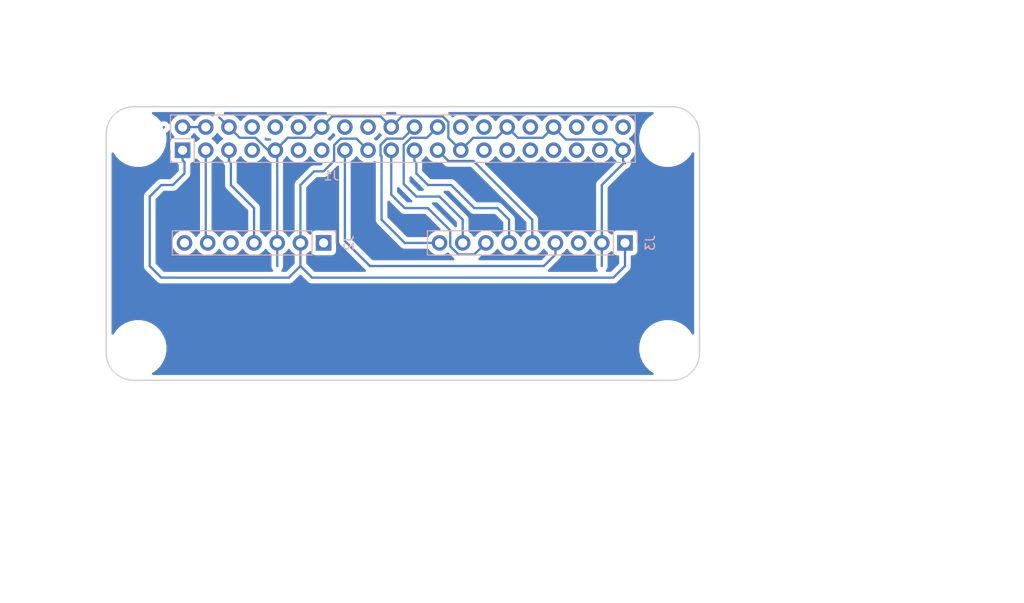
<source format=kicad_pcb>
(kicad_pcb (version 20171130) (host pcbnew "(5.1.2-1)-1")

  (general
    (thickness 1.6)
    (drawings 20)
    (tracks 118)
    (zones 0)
    (modules 7)
    (nets 36)
  )

  (page A4)
  (title_block
    (title "Raspberry Pi Zero (W) uHAT Template Board")
    (date 2019-02-28)
    (rev 1.0)
    (comment 1 "This PCB design is licensed under MIT Open Source License.")
  )

  (layers
    (0 F.Cu signal)
    (31 B.Cu signal)
    (32 B.Adhes user)
    (33 F.Adhes user)
    (34 B.Paste user)
    (35 F.Paste user)
    (36 B.SilkS user)
    (37 F.SilkS user)
    (38 B.Mask user)
    (39 F.Mask user)
    (40 Dwgs.User user)
    (41 Cmts.User user)
    (42 Eco1.User user)
    (43 Eco2.User user)
    (44 Edge.Cuts user)
    (45 Margin user)
    (46 B.CrtYd user)
    (47 F.CrtYd user)
    (48 B.Fab user hide)
    (49 F.Fab user hide)
  )

  (setup
    (last_trace_width 0.25)
    (trace_clearance 0.2)
    (zone_clearance 0.508)
    (zone_45_only no)
    (trace_min 0.2)
    (via_size 0.8)
    (via_drill 0.4)
    (via_min_size 0.4)
    (via_min_drill 0.3)
    (uvia_size 0.3)
    (uvia_drill 0.1)
    (uvias_allowed no)
    (uvia_min_size 0.2)
    (uvia_min_drill 0.1)
    (edge_width 0.15)
    (segment_width 0.2)
    (pcb_text_width 0.3)
    (pcb_text_size 1.5 1.5)
    (mod_edge_width 0.15)
    (mod_text_size 1 1)
    (mod_text_width 0.15)
    (pad_size 1.524 1.524)
    (pad_drill 0.762)
    (pad_to_mask_clearance 0.051)
    (solder_mask_min_width 0.25)
    (aux_axis_origin 0 0)
    (grid_origin 121.032 94.568)
    (visible_elements FFFF7F7F)
    (pcbplotparams
      (layerselection 0x010f0_ffffffff)
      (usegerberextensions true)
      (usegerberattributes false)
      (usegerberadvancedattributes false)
      (creategerberjobfile false)
      (excludeedgelayer true)
      (linewidth 0.100000)
      (plotframeref false)
      (viasonmask false)
      (mode 1)
      (useauxorigin false)
      (hpglpennumber 1)
      (hpglpenspeed 20)
      (hpglpendiameter 15.000000)
      (psnegative false)
      (psa4output false)
      (plotreference true)
      (plotvalue true)
      (plotinvisibletext false)
      (padsonsilk false)
      (subtractmaskfromsilk false)
      (outputformat 1)
      (mirror false)
      (drillshape 0)
      (scaleselection 1)
      (outputdirectory "./"))
  )

  (net 0 "")
  (net 1 +3V3)
  (net 2 +5V)
  (net 3 /GPIO2_SDA1)
  (net 4 /GPIO3_SCL1)
  (net 5 GND)
  (net 6 /GPIO4_GPIO_GCLK)
  (net 7 /GPIO14_TXD0)
  (net 8 /GPIO15_RXD0)
  (net 9 /GPIO17_GEN0)
  (net 10 /GPIO18_GEN1)
  (net 11 /GPIO27_GEN2)
  (net 12 /GPIO22_GEN3)
  (net 13 /GPIO23_GEN4)
  (net 14 /GPIO24_GEN5)
  (net 15 /GPIO10_SPI_MOSI)
  (net 16 /GPIO9_SPI_MISO)
  (net 17 /GPIO25_GEN6)
  (net 18 /GPIO11_SPI_SCLK)
  (net 19 /GPIO8_SPI_CE0_N)
  (net 20 /GPIO7_SPI_CE1_N)
  (net 21 /ID_SD)
  (net 22 /ID_SC)
  (net 23 /GPIO5)
  (net 24 /GPIO6)
  (net 25 /GPIO12)
  (net 26 /GPIO13)
  (net 27 /GPIO19)
  (net 28 /GPIO16)
  (net 29 /GPIO26)
  (net 30 /GPIO20)
  (net 31 /GPIO21)
  (net 32 "Net-(J2-Pad7)")
  (net 33 "Net-(J2-Pad5)")
  (net 34 "Net-(J2-Pad1)")
  (net 35 "Net-(J3-Pad3)")

  (net_class Default "This is the default net class."
    (clearance 0.2)
    (trace_width 0.25)
    (via_dia 0.8)
    (via_drill 0.4)
    (uvia_dia 0.3)
    (uvia_drill 0.1)
    (add_net +3V3)
    (add_net +5V)
    (add_net /GPIO10_SPI_MOSI)
    (add_net /GPIO11_SPI_SCLK)
    (add_net /GPIO12)
    (add_net /GPIO13)
    (add_net /GPIO14_TXD0)
    (add_net /GPIO15_RXD0)
    (add_net /GPIO16)
    (add_net /GPIO17_GEN0)
    (add_net /GPIO18_GEN1)
    (add_net /GPIO19)
    (add_net /GPIO20)
    (add_net /GPIO21)
    (add_net /GPIO22_GEN3)
    (add_net /GPIO23_GEN4)
    (add_net /GPIO24_GEN5)
    (add_net /GPIO25_GEN6)
    (add_net /GPIO26)
    (add_net /GPIO27_GEN2)
    (add_net /GPIO2_SDA1)
    (add_net /GPIO3_SCL1)
    (add_net /GPIO4_GPIO_GCLK)
    (add_net /GPIO5)
    (add_net /GPIO6)
    (add_net /GPIO7_SPI_CE1_N)
    (add_net /GPIO8_SPI_CE0_N)
    (add_net /GPIO9_SPI_MISO)
    (add_net /ID_SC)
    (add_net /ID_SD)
    (add_net GND)
    (add_net "Net-(J2-Pad1)")
    (add_net "Net-(J2-Pad5)")
    (add_net "Net-(J2-Pad7)")
    (add_net "Net-(J3-Pad3)")
  )

  (module Connector_PinSocket_2.54mm:PinSocket_1x07_P2.54mm_Vertical (layer B.Cu) (tedit 5A19A433) (tstamp 5DA58E48)
    (at 141.352 105.998 90)
    (descr "Through hole straight socket strip, 1x07, 2.54mm pitch, single row (from Kicad 4.0.7), script generated")
    (tags "Through hole socket strip THT 1x07 2.54mm single row")
    (path /5DA5C111)
    (fp_text reference J2 (at 0 2.77 270) (layer B.SilkS)
      (effects (font (size 1 1) (thickness 0.15)) (justify mirror))
    )
    (fp_text value BME680_CONNECTOR (at 0 -18.01 270) (layer B.Fab)
      (effects (font (size 1 1) (thickness 0.15)) (justify mirror))
    )
    (fp_text user %R (at 0 -7.62) (layer B.Fab)
      (effects (font (size 1 1) (thickness 0.15)) (justify mirror))
    )
    (fp_line (start -1.8 -17) (end -1.8 1.8) (layer B.CrtYd) (width 0.05))
    (fp_line (start 1.75 -17) (end -1.8 -17) (layer B.CrtYd) (width 0.05))
    (fp_line (start 1.75 1.8) (end 1.75 -17) (layer B.CrtYd) (width 0.05))
    (fp_line (start -1.8 1.8) (end 1.75 1.8) (layer B.CrtYd) (width 0.05))
    (fp_line (start 0 1.33) (end 1.33 1.33) (layer B.SilkS) (width 0.12))
    (fp_line (start 1.33 1.33) (end 1.33 0) (layer B.SilkS) (width 0.12))
    (fp_line (start 1.33 -1.27) (end 1.33 -16.57) (layer B.SilkS) (width 0.12))
    (fp_line (start -1.33 -16.57) (end 1.33 -16.57) (layer B.SilkS) (width 0.12))
    (fp_line (start -1.33 -1.27) (end -1.33 -16.57) (layer B.SilkS) (width 0.12))
    (fp_line (start -1.33 -1.27) (end 1.33 -1.27) (layer B.SilkS) (width 0.12))
    (fp_line (start -1.27 -16.51) (end -1.27 1.27) (layer B.Fab) (width 0.1))
    (fp_line (start 1.27 -16.51) (end -1.27 -16.51) (layer B.Fab) (width 0.1))
    (fp_line (start 1.27 0.635) (end 1.27 -16.51) (layer B.Fab) (width 0.1))
    (fp_line (start 0.635 1.27) (end 1.27 0.635) (layer B.Fab) (width 0.1))
    (fp_line (start -1.27 1.27) (end 0.635 1.27) (layer B.Fab) (width 0.1))
    (pad 7 thru_hole oval (at 0 -15.24 90) (size 1.7 1.7) (drill 1) (layers *.Cu *.Mask)
      (net 32 "Net-(J2-Pad7)"))
    (pad 6 thru_hole oval (at 0 -12.7 90) (size 1.7 1.7) (drill 1) (layers *.Cu *.Mask)
      (net 3 /GPIO2_SDA1))
    (pad 5 thru_hole oval (at 0 -10.16 90) (size 1.7 1.7) (drill 1) (layers *.Cu *.Mask)
      (net 33 "Net-(J2-Pad5)"))
    (pad 4 thru_hole oval (at 0 -7.62 90) (size 1.7 1.7) (drill 1) (layers *.Cu *.Mask)
      (net 4 /GPIO3_SCL1))
    (pad 3 thru_hole oval (at 0 -5.08 90) (size 1.7 1.7) (drill 1) (layers *.Cu *.Mask)
      (net 5 GND))
    (pad 2 thru_hole oval (at 0 -2.54 90) (size 1.7 1.7) (drill 1) (layers *.Cu *.Mask)
      (net 1 +3V3))
    (pad 1 thru_hole rect (at 0 0 90) (size 1.7 1.7) (drill 1) (layers *.Cu *.Mask)
      (net 34 "Net-(J2-Pad1)"))
    (model ${KISYS3DMOD}/Connector_PinSocket_2.54mm.3dshapes/PinSocket_1x07_P2.54mm_Vertical.wrl
      (at (xyz 0 0 0))
      (scale (xyz 1 1 1))
      (rotate (xyz 0 0 0))
    )
  )

  (module Connector_PinSocket_2.54mm:PinSocket_1x09_P2.54mm_Vertical (layer B.Cu) (tedit 5A19A431) (tstamp 5DA58DF6)
    (at 174.372 105.998 90)
    (descr "Through hole straight socket strip, 1x09, 2.54mm pitch, single row (from Kicad 4.0.7), script generated")
    (tags "Through hole socket strip THT 1x09 2.54mm single row")
    (path /5DA5D048)
    (fp_text reference J3 (at 0 2.77 270) (layer B.SilkS)
      (effects (font (size 1 1) (thickness 0.15)) (justify mirror))
    )
    (fp_text value RFM95W_CONNECTOR (at 0 -23.09 270) (layer B.Fab)
      (effects (font (size 1 1) (thickness 0.15)) (justify mirror))
    )
    (fp_line (start -1.27 1.27) (end 0.635 1.27) (layer B.Fab) (width 0.1))
    (fp_line (start 0.635 1.27) (end 1.27 0.635) (layer B.Fab) (width 0.1))
    (fp_line (start 1.27 0.635) (end 1.27 -21.59) (layer B.Fab) (width 0.1))
    (fp_line (start 1.27 -21.59) (end -1.27 -21.59) (layer B.Fab) (width 0.1))
    (fp_line (start -1.27 -21.59) (end -1.27 1.27) (layer B.Fab) (width 0.1))
    (fp_line (start -1.33 -1.27) (end 1.33 -1.27) (layer B.SilkS) (width 0.12))
    (fp_line (start -1.33 -1.27) (end -1.33 -21.65) (layer B.SilkS) (width 0.12))
    (fp_line (start -1.33 -21.65) (end 1.33 -21.65) (layer B.SilkS) (width 0.12))
    (fp_line (start 1.33 -1.27) (end 1.33 -21.65) (layer B.SilkS) (width 0.12))
    (fp_line (start 1.33 1.33) (end 1.33 0) (layer B.SilkS) (width 0.12))
    (fp_line (start 0 1.33) (end 1.33 1.33) (layer B.SilkS) (width 0.12))
    (fp_line (start -1.8 1.8) (end 1.75 1.8) (layer B.CrtYd) (width 0.05))
    (fp_line (start 1.75 1.8) (end 1.75 -22.1) (layer B.CrtYd) (width 0.05))
    (fp_line (start 1.75 -22.1) (end -1.8 -22.1) (layer B.CrtYd) (width 0.05))
    (fp_line (start -1.8 -22.1) (end -1.8 1.8) (layer B.CrtYd) (width 0.05))
    (fp_text user %R (at 0 -10.16) (layer B.Fab)
      (effects (font (size 1 1) (thickness 0.15)) (justify mirror))
    )
    (pad 1 thru_hole rect (at 0 0 90) (size 1.7 1.7) (drill 1) (layers *.Cu *.Mask)
      (net 1 +3V3))
    (pad 2 thru_hole oval (at 0 -2.54 90) (size 1.7 1.7) (drill 1) (layers *.Cu *.Mask)
      (net 5 GND))
    (pad 3 thru_hole oval (at 0 -5.08 90) (size 1.7 1.7) (drill 1) (layers *.Cu *.Mask)
      (net 35 "Net-(J3-Pad3)"))
    (pad 4 thru_hole oval (at 0 -7.62 90) (size 1.7 1.7) (drill 1) (layers *.Cu *.Mask)
      (net 12 /GPIO22_GEN3))
    (pad 5 thru_hole oval (at 0 -10.16 90) (size 1.7 1.7) (drill 1) (layers *.Cu *.Mask)
      (net 18 /GPIO11_SPI_SCLK))
    (pad 6 thru_hole oval (at 0 -12.7 90) (size 1.7 1.7) (drill 1) (layers *.Cu *.Mask)
      (net 16 /GPIO9_SPI_MISO))
    (pad 7 thru_hole oval (at 0 -15.24 90) (size 1.7 1.7) (drill 1) (layers *.Cu *.Mask)
      (net 15 /GPIO10_SPI_MOSI))
    (pad 8 thru_hole oval (at 0 -17.78 90) (size 1.7 1.7) (drill 1) (layers *.Cu *.Mask)
      (net 19 /GPIO8_SPI_CE0_N))
    (pad 9 thru_hole oval (at 0 -20.32 90) (size 1.7 1.7) (drill 1) (layers *.Cu *.Mask)
      (net 17 /GPIO25_GEN6))
    (model ${KISYS3DMOD}/Connector_PinSocket_2.54mm.3dshapes/PinSocket_1x09_P2.54mm_Vertical.wrl
      (at (xyz 0 0 0))
      (scale (xyz 1 1 1))
      (rotate (xyz 0 0 0))
    )
  )

  (module lib:PinSocket_2x20_P2.54mm_Vertical_Centered_Anchor (layer B.Cu) (tedit 5C78E1B8) (tstamp 5C78EB08)
    (at 125.902 95.838 270)
    (descr "Through hole straight socket strip, 2x20, 2.54mm pitch, double cols (from Kicad 4.0.7), script generated")
    (tags "Through hole socket strip THT 2x20 2.54mm double row")
    (path /5C77771F)
    (fp_text reference J1 (at 2.8 -16.3) (layer B.SilkS)
      (effects (font (size 1 1) (thickness 0.15)) (justify mirror))
    )
    (fp_text value GPIO_CONNECTOR (at 2.7 -27.3) (layer B.Fab)
      (effects (font (size 1 1) (thickness 0.15)) (justify mirror))
    )
    (fp_line (start -3.81 1.27) (end 0.27 1.27) (layer B.Fab) (width 0.1))
    (fp_line (start 0.27 1.27) (end 1.27 0.27) (layer B.Fab) (width 0.1))
    (fp_line (start 1.27 0.27) (end 1.27 -49.53) (layer B.Fab) (width 0.1))
    (fp_line (start 1.27 -49.53) (end -3.81 -49.53) (layer B.Fab) (width 0.1))
    (fp_line (start -3.81 -49.53) (end -3.81 1.27) (layer B.Fab) (width 0.1))
    (fp_line (start -3.87 1.33) (end -1.27 1.33) (layer B.SilkS) (width 0.12))
    (fp_line (start -3.87 1.33) (end -3.87 -49.59) (layer B.SilkS) (width 0.12))
    (fp_line (start -3.87 -49.59) (end 1.33 -49.59) (layer B.SilkS) (width 0.12))
    (fp_line (start 1.33 -1.27) (end 1.33 -49.59) (layer B.SilkS) (width 0.12))
    (fp_line (start -1.27 -1.27) (end 1.33 -1.27) (layer B.SilkS) (width 0.12))
    (fp_line (start -1.27 1.33) (end -1.27 -1.27) (layer B.SilkS) (width 0.12))
    (fp_line (start 1.33 1.33) (end 1.33 0) (layer B.SilkS) (width 0.12))
    (fp_line (start 0 1.33) (end 1.33 1.33) (layer B.SilkS) (width 0.12))
    (fp_line (start -4.34 1.8) (end 1.76 1.8) (layer B.CrtYd) (width 0.05))
    (fp_line (start 1.76 1.8) (end 1.76 -50) (layer B.CrtYd) (width 0.05))
    (fp_line (start 1.76 -50) (end -4.34 -50) (layer B.CrtYd) (width 0.05))
    (fp_line (start -4.34 -50) (end -4.34 1.8) (layer B.CrtYd) (width 0.05))
    (fp_text user %R (at 2.8 -18.3 180) (layer B.Fab)
      (effects (font (size 1 1) (thickness 0.15)) (justify mirror))
    )
    (pad 1 thru_hole rect (at 0 0 270) (size 1.7 1.7) (drill 1) (layers *.Cu *.Mask)
      (net 1 +3V3))
    (pad 2 thru_hole oval (at -2.54 0 270) (size 1.7 1.7) (drill 1) (layers *.Cu *.Mask)
      (net 2 +5V))
    (pad 3 thru_hole oval (at 0 -2.54 270) (size 1.7 1.7) (drill 1) (layers *.Cu *.Mask)
      (net 3 /GPIO2_SDA1))
    (pad 4 thru_hole oval (at -2.54 -2.54 270) (size 1.7 1.7) (drill 1) (layers *.Cu *.Mask)
      (net 2 +5V))
    (pad 5 thru_hole oval (at 0 -5.08 270) (size 1.7 1.7) (drill 1) (layers *.Cu *.Mask)
      (net 4 /GPIO3_SCL1))
    (pad 6 thru_hole oval (at -2.54 -5.08 270) (size 1.7 1.7) (drill 1) (layers *.Cu *.Mask)
      (net 5 GND))
    (pad 7 thru_hole oval (at 0 -7.62 270) (size 1.7 1.7) (drill 1) (layers *.Cu *.Mask)
      (net 6 /GPIO4_GPIO_GCLK))
    (pad 8 thru_hole oval (at -2.54 -7.62 270) (size 1.7 1.7) (drill 1) (layers *.Cu *.Mask)
      (net 7 /GPIO14_TXD0))
    (pad 9 thru_hole oval (at 0 -10.16 270) (size 1.7 1.7) (drill 1) (layers *.Cu *.Mask)
      (net 5 GND))
    (pad 10 thru_hole oval (at -2.54 -10.16 270) (size 1.7 1.7) (drill 1) (layers *.Cu *.Mask)
      (net 8 /GPIO15_RXD0))
    (pad 11 thru_hole oval (at 0 -12.7 270) (size 1.7 1.7) (drill 1) (layers *.Cu *.Mask)
      (net 9 /GPIO17_GEN0))
    (pad 12 thru_hole oval (at -2.54 -12.7 270) (size 1.7 1.7) (drill 1) (layers *.Cu *.Mask)
      (net 10 /GPIO18_GEN1))
    (pad 13 thru_hole oval (at 0 -15.24 270) (size 1.7 1.7) (drill 1) (layers *.Cu *.Mask)
      (net 11 /GPIO27_GEN2))
    (pad 14 thru_hole oval (at -2.54 -15.24 270) (size 1.7 1.7) (drill 1) (layers *.Cu *.Mask)
      (net 5 GND))
    (pad 15 thru_hole oval (at 0 -17.78 270) (size 1.7 1.7) (drill 1) (layers *.Cu *.Mask)
      (net 12 /GPIO22_GEN3))
    (pad 16 thru_hole oval (at -2.54 -17.78 270) (size 1.7 1.7) (drill 1) (layers *.Cu *.Mask)
      (net 13 /GPIO23_GEN4))
    (pad 17 thru_hole oval (at 0 -20.32 270) (size 1.7 1.7) (drill 1) (layers *.Cu *.Mask)
      (net 1 +3V3))
    (pad 18 thru_hole oval (at -2.54 -20.32 270) (size 1.7 1.7) (drill 1) (layers *.Cu *.Mask)
      (net 14 /GPIO24_GEN5))
    (pad 19 thru_hole oval (at 0 -22.86 270) (size 1.7 1.7) (drill 1) (layers *.Cu *.Mask)
      (net 15 /GPIO10_SPI_MOSI))
    (pad 20 thru_hole oval (at -2.54 -22.86 270) (size 1.7 1.7) (drill 1) (layers *.Cu *.Mask)
      (net 5 GND))
    (pad 21 thru_hole oval (at 0 -25.4 270) (size 1.7 1.7) (drill 1) (layers *.Cu *.Mask)
      (net 16 /GPIO9_SPI_MISO))
    (pad 22 thru_hole oval (at -2.54 -25.4 270) (size 1.7 1.7) (drill 1) (layers *.Cu *.Mask)
      (net 17 /GPIO25_GEN6))
    (pad 23 thru_hole oval (at 0 -27.94 270) (size 1.7 1.7) (drill 1) (layers *.Cu *.Mask)
      (net 18 /GPIO11_SPI_SCLK))
    (pad 24 thru_hole oval (at -2.54 -27.94 270) (size 1.7 1.7) (drill 1) (layers *.Cu *.Mask)
      (net 19 /GPIO8_SPI_CE0_N))
    (pad 25 thru_hole oval (at 0 -30.48 270) (size 1.7 1.7) (drill 1) (layers *.Cu *.Mask)
      (net 5 GND))
    (pad 26 thru_hole oval (at -2.54 -30.48 270) (size 1.7 1.7) (drill 1) (layers *.Cu *.Mask)
      (net 20 /GPIO7_SPI_CE1_N))
    (pad 27 thru_hole oval (at 0 -33.02 270) (size 1.7 1.7) (drill 1) (layers *.Cu *.Mask)
      (net 21 /ID_SD))
    (pad 28 thru_hole oval (at -2.54 -33.02 270) (size 1.7 1.7) (drill 1) (layers *.Cu *.Mask)
      (net 22 /ID_SC))
    (pad 29 thru_hole oval (at 0 -35.56 270) (size 1.7 1.7) (drill 1) (layers *.Cu *.Mask)
      (net 23 /GPIO5))
    (pad 30 thru_hole oval (at -2.54 -35.56 270) (size 1.7 1.7) (drill 1) (layers *.Cu *.Mask)
      (net 5 GND))
    (pad 31 thru_hole oval (at 0 -38.1 270) (size 1.7 1.7) (drill 1) (layers *.Cu *.Mask)
      (net 24 /GPIO6))
    (pad 32 thru_hole oval (at -2.54 -38.1 270) (size 1.7 1.7) (drill 1) (layers *.Cu *.Mask)
      (net 25 /GPIO12))
    (pad 33 thru_hole oval (at 0 -40.64 270) (size 1.7 1.7) (drill 1) (layers *.Cu *.Mask)
      (net 26 /GPIO13))
    (pad 34 thru_hole oval (at -2.54 -40.64 270) (size 1.7 1.7) (drill 1) (layers *.Cu *.Mask)
      (net 5 GND))
    (pad 35 thru_hole oval (at 0 -43.18 270) (size 1.7 1.7) (drill 1) (layers *.Cu *.Mask)
      (net 27 /GPIO19))
    (pad 36 thru_hole oval (at -2.54 -43.18 270) (size 1.7 1.7) (drill 1) (layers *.Cu *.Mask)
      (net 28 /GPIO16))
    (pad 37 thru_hole oval (at 0 -45.72 270) (size 1.7 1.7) (drill 1) (layers *.Cu *.Mask)
      (net 29 /GPIO26))
    (pad 38 thru_hole oval (at -2.54 -45.72 270) (size 1.7 1.7) (drill 1) (layers *.Cu *.Mask)
      (net 30 /GPIO20))
    (pad 39 thru_hole oval (at 0 -48.26 270) (size 1.7 1.7) (drill 1) (layers *.Cu *.Mask)
      (net 5 GND))
    (pad 40 thru_hole oval (at -2.54 -48.26 270) (size 1.7 1.7) (drill 1) (layers *.Cu *.Mask)
      (net 31 /GPIO21))
    (model ${KISYS3DMOD}/Connector_PinSocket_2.54mm.3dshapes/PinSocket_2x20_P2.54mm_Vertical.wrl
      (at (xyz 0 0 0))
      (scale (xyz 1 1 1))
      (rotate (xyz 0 0 0))
    )
  )

  (module lib:MountingHole_2.7mm_M2.5_uHAT_RPi locked (layer F.Cu) (tedit 5C78B840) (tstamp 5C78BBE2)
    (at 121.032 94.568)
    (descr "Mounting Hole 2.7mm, no annular, M2.5")
    (tags "mounting hole 2.7mm no annular m2.5")
    (path /5C7C4C81)
    (attr virtual)
    (fp_text reference H1 (at 0 -3.7) (layer F.SilkS) hide
      (effects (font (size 1 1) (thickness 0.15)))
    )
    (fp_text value MountingHole (at 0 3.7) (layer F.Fab) hide
      (effects (font (size 1 1) (thickness 0.15)))
    )
    (fp_text user %R (at 0.3 0) (layer F.Fab)
      (effects (font (size 1 1) (thickness 0.15)))
    )
    (fp_circle (center 0 0) (end 2.7 0) (layer Cmts.User) (width 0.15))
    (fp_circle (center 0 0) (end 2.95 0) (layer F.CrtYd) (width 0.05))
    (pad "" np_thru_hole circle (at 0 0) (size 2.7 2.7) (drill 2.7) (layers *.Cu *.Mask)
      (clearance 1.75))
  )

  (module lib:MountingHole_2.7mm_M2.5_uHAT_RPi locked (layer F.Cu) (tedit 5C78B867) (tstamp 5C78BBE9)
    (at 179.032 94.568)
    (descr "Mounting Hole 2.7mm, no annular, M2.5")
    (tags "mounting hole 2.7mm no annular m2.5")
    (path /5C7C7FBC)
    (attr virtual)
    (fp_text reference H2 (at 0 -3.7) (layer F.SilkS) hide
      (effects (font (size 1 1) (thickness 0.15)))
    )
    (fp_text value MountingHole (at 0 3.7) (layer F.Fab) hide
      (effects (font (size 1 1) (thickness 0.15)))
    )
    (fp_circle (center 0 0) (end 2.95 0) (layer F.CrtYd) (width 0.05))
    (fp_circle (center 0 0) (end 2.7 0) (layer Cmts.User) (width 0.15))
    (fp_text user %R (at 0.3 0) (layer F.Fab)
      (effects (font (size 1 1) (thickness 0.15)))
    )
    (pad "" np_thru_hole circle (at 0 0) (size 2.7 2.7) (drill 2.7) (layers *.Cu *.Mask)
      (clearance 1.75))
  )

  (module lib:MountingHole_2.7mm_M2.5_uHAT_RPi locked (layer F.Cu) (tedit 5C78B860) (tstamp 5C78BBF0)
    (at 179.032 117.568)
    (descr "Mounting Hole 2.7mm, no annular, M2.5")
    (tags "mounting hole 2.7mm no annular m2.5")
    (path /5C7C8014)
    (attr virtual)
    (fp_text reference H3 (at 0 -3.7) (layer F.SilkS) hide
      (effects (font (size 1 1) (thickness 0.15)))
    )
    (fp_text value MountingHole (at 0 3.7) (layer F.Fab) hide
      (effects (font (size 1 1) (thickness 0.15)))
    )
    (fp_text user %R (at 0.3 0) (layer F.Fab)
      (effects (font (size 1 1) (thickness 0.15)))
    )
    (fp_circle (center 0 0) (end 2.7 0) (layer Cmts.User) (width 0.15))
    (fp_circle (center 0 0) (end 2.95 0) (layer F.CrtYd) (width 0.05))
    (pad "" np_thru_hole circle (at 0 0) (size 2.7 2.7) (drill 2.7) (layers *.Cu *.Mask)
      (clearance 1.75))
  )

  (module lib:MountingHole_2.7mm_M2.5_uHAT_RPi locked (layer F.Cu) (tedit 5C78B845) (tstamp 5C78BBF7)
    (at 121.032 117.568)
    (descr "Mounting Hole 2.7mm, no annular, M2.5")
    (tags "mounting hole 2.7mm no annular m2.5")
    (path /5C7C8030)
    (attr virtual)
    (fp_text reference H4 (at 0 -3.7) (layer F.SilkS) hide
      (effects (font (size 1 1) (thickness 0.15)))
    )
    (fp_text value MountingHole (at 0 3.7) (layer F.Fab) hide
      (effects (font (size 1 1) (thickness 0.15)))
    )
    (fp_circle (center 0 0) (end 2.95 0) (layer F.CrtYd) (width 0.05))
    (fp_circle (center 0 0) (end 2.7 0) (layer Cmts.User) (width 0.15))
    (fp_text user %R (at 0.3 0) (layer F.Fab)
      (effects (font (size 1 1) (thickness 0.15)))
    )
    (pad "" np_thru_hole circle (at 0 0) (size 2.7 2.7) (drill 2.7) (layers *.Cu *.Mask)
      (clearance 1.75))
  )

  (gr_text "Board dimensions are on Cmts (Comments) layer. \nDeselect it in Layers Manager to make them invisible.\n\nGPIO connector nets are not connected, these will get \nupdated as per your schematic/netlist." (at 120.524 139.272) (layer Cmts.User)
    (effects (font (size 1.5 1.5) (thickness 0.3)) (justify left))
  )
  (gr_text "Board Corner Radius = 3mm\nAll holes are M2.5" (at 184.278 87.202) (layer Cmts.User)
    (effects (font (size 1.5 1.5) (thickness 0.3)) (justify left))
  )
  (dimension 29 (width 0.3) (layer Cmts.User)
    (gr_text "29.000 mm" (at 135.532 103.868) (layer Cmts.User)
      (effects (font (size 1.5 1.5) (thickness 0.3)))
    )
    (feature1 (pts (xy 121.032 94.568) (xy 121.032 102.354421)))
    (feature2 (pts (xy 150.032 94.568) (xy 150.032 102.354421)))
    (crossbar (pts (xy 150.032 101.768) (xy 121.032 101.768)))
    (arrow1a (pts (xy 121.032 101.768) (xy 122.158504 101.181579)))
    (arrow1b (pts (xy 121.032 101.768) (xy 122.158504 102.354421)))
    (arrow2a (pts (xy 150.032 101.768) (xy 148.905496 101.181579)))
    (arrow2b (pts (xy 150.032 101.768) (xy 148.905496 102.354421)))
  )
  (dimension 6.2 (width 0.3) (layer Cmts.User)
    (gr_text "6.200 mm" (at 179.032 129.268) (layer Cmts.User)
      (effects (font (size 1.5 1.5) (thickness 0.3)))
    )
    (feature1 (pts (xy 182.132 117.568) (xy 182.132 127.754421)))
    (feature2 (pts (xy 175.932 117.568) (xy 175.932 127.754421)))
    (crossbar (pts (xy 175.932 127.168) (xy 182.132 127.168)))
    (arrow1a (pts (xy 182.132 127.168) (xy 181.005496 127.754421)))
    (arrow1b (pts (xy 182.132 127.168) (xy 181.005496 126.581579)))
    (arrow2a (pts (xy 175.932 127.168) (xy 177.058504 127.754421)))
    (arrow2b (pts (xy 175.932 127.168) (xy 177.058504 126.581579)))
  )
  (dimension 3.5 (width 0.3) (layer Cmts.User)
    (gr_text "3.500 mm" (at 111.432 119.318 270) (layer Cmts.User)
      (effects (font (size 1.5 1.5) (thickness 0.3)))
    )
    (feature1 (pts (xy 121.032 121.068) (xy 112.945579 121.068)))
    (feature2 (pts (xy 121.032 117.568) (xy 112.945579 117.568)))
    (crossbar (pts (xy 113.532 117.568) (xy 113.532 121.068)))
    (arrow1a (pts (xy 113.532 121.068) (xy 112.945579 119.941496)))
    (arrow1b (pts (xy 113.532 121.068) (xy 114.118421 119.941496)))
    (arrow2a (pts (xy 113.532 117.568) (xy 112.945579 118.694504)))
    (arrow2b (pts (xy 113.532 117.568) (xy 114.118421 118.694504)))
  )
  (dimension 3.5 (width 0.3) (layer Cmts.User)
    (gr_text "3.500 mm" (at 119.282 125.668) (layer Cmts.User)
      (effects (font (size 1.5 1.5) (thickness 0.3)))
    )
    (feature1 (pts (xy 117.532 117.568) (xy 117.532 124.154421)))
    (feature2 (pts (xy 121.032 117.568) (xy 121.032 124.154421)))
    (crossbar (pts (xy 121.032 123.568) (xy 117.532 123.568)))
    (arrow1a (pts (xy 117.532 123.568) (xy 118.658504 122.981579)))
    (arrow1b (pts (xy 117.532 123.568) (xy 118.658504 124.154421)))
    (arrow2a (pts (xy 121.032 123.568) (xy 119.905496 122.981579)))
    (arrow2b (pts (xy 121.032 123.568) (xy 119.905496 124.154421)))
  )
  (dimension 30 (width 0.3) (layer Cmts.User)
    (gr_text "30.000 mm" (at 194.132 106.068 270) (layer Cmts.User)
      (effects (font (size 1.5 1.5) (thickness 0.3)))
    )
    (feature1 (pts (xy 179.032 121.068) (xy 192.618421 121.068)))
    (feature2 (pts (xy 179.032 91.068) (xy 192.618421 91.068)))
    (crossbar (pts (xy 192.032 91.068) (xy 192.032 121.068)))
    (arrow1a (pts (xy 192.032 121.068) (xy 191.445579 119.941496)))
    (arrow1b (pts (xy 192.032 121.068) (xy 192.618421 119.941496)))
    (arrow2a (pts (xy 192.032 91.068) (xy 191.445579 92.194504)))
    (arrow2b (pts (xy 192.032 91.068) (xy 192.618421 92.194504)))
  )
  (dimension 23 (width 0.3) (layer Cmts.User)
    (gr_text "23.000 mm" (at 188.632 106.068 270) (layer Cmts.User)
      (effects (font (size 1.5 1.5) (thickness 0.3)))
    )
    (feature1 (pts (xy 179.032 117.568) (xy 187.118421 117.568)))
    (feature2 (pts (xy 179.032 94.568) (xy 187.118421 94.568)))
    (crossbar (pts (xy 186.532 94.568) (xy 186.532 117.568)))
    (arrow1a (pts (xy 186.532 117.568) (xy 185.945579 116.441496)))
    (arrow1b (pts (xy 186.532 117.568) (xy 187.118421 116.441496)))
    (arrow2a (pts (xy 186.532 94.568) (xy 185.945579 95.694504)))
    (arrow2b (pts (xy 186.532 94.568) (xy 187.118421 95.694504)))
  )
  (dimension 65 (width 0.3) (layer Cmts.User)
    (gr_text "65.000 mm" (at 150.032 80.468) (layer Cmts.User)
      (effects (font (size 1.5 1.5) (thickness 0.3)))
    )
    (feature1 (pts (xy 182.532 94.568) (xy 182.532 81.981579)))
    (feature2 (pts (xy 117.532 94.568) (xy 117.532 81.981579)))
    (crossbar (pts (xy 117.532 82.568) (xy 182.532 82.568)))
    (arrow1a (pts (xy 182.532 82.568) (xy 181.405496 83.154421)))
    (arrow1b (pts (xy 182.532 82.568) (xy 181.405496 81.981579)))
    (arrow2a (pts (xy 117.532 82.568) (xy 118.658504 83.154421)))
    (arrow2b (pts (xy 117.532 82.568) (xy 118.658504 81.981579)))
  )
  (dimension 58 (width 0.3) (layer Cmts.User)
    (gr_text "58.000 mm" (at 150.032 84.968) (layer Cmts.User)
      (effects (font (size 1.5 1.5) (thickness 0.3)))
    )
    (feature1 (pts (xy 179.032 94.568) (xy 179.032 86.481579)))
    (feature2 (pts (xy 121.032 94.568) (xy 121.032 86.481579)))
    (crossbar (pts (xy 121.032 87.068) (xy 179.032 87.068)))
    (arrow1a (pts (xy 179.032 87.068) (xy 177.905496 87.654421)))
    (arrow1b (pts (xy 179.032 87.068) (xy 177.905496 86.481579)))
    (arrow2a (pts (xy 121.032 87.068) (xy 122.158504 87.654421)))
    (arrow2b (pts (xy 121.032 87.068) (xy 122.158504 86.481579)))
  )
  (gr_line (start 121.032 121.068) (end 120.532 121.068) (layer Edge.Cuts) (width 0.15) (tstamp 5C77FCD3))
  (gr_line (start 179.032 121.068) (end 179.532 121.068) (layer Edge.Cuts) (width 0.15) (tstamp 5C77FCD0))
  (gr_line (start 182.532 94.068) (end 182.532 118.068) (layer Edge.Cuts) (width 0.15) (tstamp 5C77FCCD))
  (gr_line (start 120.532 91.068) (end 179.532 91.068) (layer Edge.Cuts) (width 0.15) (tstamp 5C77FCCA))
  (gr_line (start 117.532 118.068) (end 117.532 94.068) (layer Edge.Cuts) (width 0.15) (tstamp 5C77FCC7))
  (gr_arc (start 120.532 94.068) (end 120.532 91.068) (angle -90) (layer Edge.Cuts) (width 0.15) (tstamp 5C77FCC4))
  (gr_arc (start 120.532 118.068) (end 117.532 118.068) (angle -90) (layer Edge.Cuts) (width 0.15) (tstamp 5C77FCC1))
  (gr_arc (start 179.532 118.068) (end 179.532 121.068) (angle -90) (layer Edge.Cuts) (width 0.15) (tstamp 5C77FCBE))
  (gr_arc (start 179.532 94.068) (end 182.532 94.068) (angle -90) (layer Edge.Cuts) (width 0.15) (tstamp 5C77FCBB))
  (gr_line (start 121.032 121.068) (end 179.032 121.068) (layer Edge.Cuts) (width 0.15) (tstamp 5C77FCB8))

  (segment (start 135.096999 94.662999) (end 135.497999 94.662999) (width 0.25) (layer B.Cu) (net 0))
  (segment (start 135.002 94.568) (end 135.096999 94.662999) (width 0.25) (layer B.Cu) (net 0))
  (segment (start 125.902 96.938) (end 126.112 97.148) (width 0.25) (layer B.Cu) (net 1))
  (segment (start 125.902 95.838) (end 125.902 96.938) (width 0.25) (layer B.Cu) (net 1))
  (segment (start 126.112 97.148) (end 126.112 98.378) (width 0.25) (layer B.Cu) (net 1))
  (segment (start 126.112 98.378) (end 124.842 99.648) (width 0.25) (layer B.Cu) (net 1))
  (segment (start 124.842 99.648) (end 123.572 99.648) (width 0.25) (layer B.Cu) (net 1))
  (segment (start 123.572 99.648) (end 122.302 100.918) (width 0.25) (layer B.Cu) (net 1))
  (segment (start 122.302 100.918) (end 122.302 108.538) (width 0.25) (layer B.Cu) (net 1))
  (segment (start 122.302 108.538) (end 123.572 109.808) (width 0.25) (layer B.Cu) (net 1))
  (segment (start 123.572 109.808) (end 137.542 109.808) (width 0.25) (layer B.Cu) (net 1))
  (segment (start 138.812 108.538) (end 138.812 107.200081) (width 0.25) (layer B.Cu) (net 1))
  (segment (start 138.812 107.200081) (end 138.812 105.998) (width 0.25) (layer B.Cu) (net 1))
  (segment (start 137.542 109.808) (end 138.812 108.538) (width 0.25) (layer B.Cu) (net 1))
  (segment (start 140.082 109.808) (end 138.812 108.538) (width 0.25) (layer B.Cu) (net 1))
  (segment (start 173.102 109.808) (end 140.082 109.808) (width 0.25) (layer B.Cu) (net 1))
  (segment (start 174.372 108.538) (end 173.102 109.808) (width 0.25) (layer B.Cu) (net 1))
  (segment (start 174.372 105.998) (end 174.372 108.538) (width 0.25) (layer B.Cu) (net 1))
  (segment (start 138.812 104.728) (end 138.812 105.998) (width 0.25) (layer B.Cu) (net 1))
  (segment (start 138.812 99.648) (end 138.812 104.728) (width 0.25) (layer B.Cu) (net 1))
  (segment (start 140.312002 98.147998) (end 138.812 99.648) (width 0.25) (layer B.Cu) (net 1))
  (segment (start 142.506999 95.273999) (end 142.506999 96.992999) (width 0.25) (layer B.Cu) (net 1))
  (segment (start 141.352 98.147998) (end 140.312002 98.147998) (width 0.25) (layer B.Cu) (net 1))
  (segment (start 142.506999 96.992999) (end 141.352 98.147998) (width 0.25) (layer B.Cu) (net 1))
  (segment (start 143.212998 94.568) (end 142.506999 95.273999) (width 0.25) (layer B.Cu) (net 1))
  (segment (start 144.952 94.568) (end 143.212998 94.568) (width 0.25) (layer B.Cu) (net 1))
  (segment (start 146.222 95.838) (end 144.952 94.568) (width 0.25) (layer B.Cu) (net 1))
  (segment (start 125.902 93.298) (end 128.442 93.298) (width 0.25) (layer B.Cu) (net 2))
  (segment (start 123.846758 93.298) (end 123.833769 93.356311) (width 0.25) (layer B.Cu) (net 5))
  (segment (start 128.442 105.788) (end 128.652 105.998) (width 0.25) (layer B.Cu) (net 3))
  (segment (start 128.442 95.838) (end 128.442 105.788) (width 0.25) (layer B.Cu) (net 3))
  (segment (start 130.982 97.040081) (end 131.192 97.250081) (width 0.25) (layer B.Cu) (net 4))
  (segment (start 130.982 95.838) (end 130.982 97.040081) (width 0.25) (layer B.Cu) (net 4))
  (segment (start 131.192 97.250081) (end 131.192 99.648) (width 0.25) (layer B.Cu) (net 4))
  (segment (start 133.732 102.188) (end 133.732 105.998) (width 0.25) (layer B.Cu) (net 4))
  (segment (start 131.192 99.648) (end 133.732 102.188) (width 0.25) (layer B.Cu) (net 4))
  (segment (start 174.162 97.040081) (end 174.372 97.250081) (width 0.25) (layer B.Cu) (net 5))
  (segment (start 174.162 95.838) (end 174.162 97.040081) (width 0.25) (layer B.Cu) (net 5))
  (segment (start 174.372 97.250081) (end 174.229919 97.250081) (width 0.25) (layer B.Cu) (net 5))
  (segment (start 174.229919 97.250081) (end 171.832 99.648) (width 0.25) (layer B.Cu) (net 5))
  (segment (start 171.832 99.648) (end 171.832 105.998) (width 0.25) (layer B.Cu) (net 5))
  (segment (start 136.272 96.048) (end 136.062 95.838) (width 0.25) (layer B.Cu) (net 5))
  (segment (start 136.272 105.998) (end 136.272 96.048) (width 0.25) (layer B.Cu) (net 5))
  (segment (start 135.261002 95.838) (end 136.062 95.838) (width 0.25) (layer B.Cu) (net 5))
  (segment (start 133.896003 94.473001) (end 135.261002 95.838) (width 0.25) (layer B.Cu) (net 5))
  (segment (start 132.157001 94.473001) (end 133.896003 94.473001) (width 0.25) (layer B.Cu) (net 5))
  (segment (start 130.982 93.298) (end 132.157001 94.473001) (width 0.25) (layer B.Cu) (net 5))
  (segment (start 140.292001 94.147999) (end 141.142 93.298) (width 0.25) (layer B.Cu) (net 5))
  (segment (start 137.426999 94.473001) (end 139.966999 94.473001) (width 0.25) (layer B.Cu) (net 5))
  (segment (start 139.966999 94.473001) (end 140.292001 94.147999) (width 0.25) (layer B.Cu) (net 5))
  (segment (start 136.062 95.838) (end 137.426999 94.473001) (width 0.25) (layer B.Cu) (net 5))
  (segment (start 147.586999 92.122999) (end 147.912001 92.448001) (width 0.25) (layer B.Cu) (net 5))
  (segment (start 147.912001 92.448001) (end 148.762 93.298) (width 0.25) (layer B.Cu) (net 5))
  (segment (start 142.317001 92.122999) (end 147.586999 92.122999) (width 0.25) (layer B.Cu) (net 5))
  (segment (start 141.142 93.298) (end 142.317001 92.122999) (width 0.25) (layer B.Cu) (net 5))
  (segment (start 155.532001 94.988001) (end 156.382 95.838) (width 0.25) (layer B.Cu) (net 5))
  (segment (start 155.017001 94.473001) (end 155.532001 94.988001) (width 0.25) (layer B.Cu) (net 5))
  (segment (start 155.017001 92.733999) (end 155.017001 94.473001) (width 0.25) (layer B.Cu) (net 5))
  (segment (start 154.406001 92.122999) (end 155.017001 92.733999) (width 0.25) (layer B.Cu) (net 5))
  (segment (start 149.937001 92.122999) (end 154.406001 92.122999) (width 0.25) (layer B.Cu) (net 5))
  (segment (start 148.762 93.298) (end 149.937001 92.122999) (width 0.25) (layer B.Cu) (net 5))
  (segment (start 160.286999 94.473001) (end 160.612001 94.147999) (width 0.25) (layer B.Cu) (net 5))
  (segment (start 160.612001 94.147999) (end 161.462 93.298) (width 0.25) (layer B.Cu) (net 5))
  (segment (start 157.746999 94.473001) (end 160.286999 94.473001) (width 0.25) (layer B.Cu) (net 5))
  (segment (start 156.382 95.838) (end 157.746999 94.473001) (width 0.25) (layer B.Cu) (net 5))
  (segment (start 165.692001 94.147999) (end 166.542 93.298) (width 0.25) (layer B.Cu) (net 5))
  (segment (start 165.366999 94.473001) (end 165.692001 94.147999) (width 0.25) (layer B.Cu) (net 5))
  (segment (start 162.637001 94.473001) (end 165.366999 94.473001) (width 0.25) (layer B.Cu) (net 5))
  (segment (start 161.462 93.298) (end 162.637001 94.473001) (width 0.25) (layer B.Cu) (net 5))
  (segment (start 167.906999 94.662999) (end 172.986999 94.662999) (width 0.25) (layer B.Cu) (net 5))
  (segment (start 173.312001 94.988001) (end 174.162 95.838) (width 0.25) (layer B.Cu) (net 5))
  (segment (start 172.986999 94.662999) (end 173.312001 94.988001) (width 0.25) (layer B.Cu) (net 5))
  (segment (start 166.542 93.298) (end 167.906999 94.662999) (width 0.25) (layer B.Cu) (net 5))
  (segment (start 171.832 108.538) (end 171.832 105.998) (width 0.25) (layer B.Cu) (net 5))
  (segment (start 136.272 105.998) (end 136.272 108.538) (width 0.25) (layer B.Cu) (net 5))
  (segment (start 130.982 93.298) (end 129.922 92.238) (width 0.25) (layer B.Cu) (net 5))
  (segment (start 146.432 108.538) (end 143.682 105.788) (width 0.25) (layer B.Cu) (net 12))
  (segment (start 166.752 107.268) (end 165.482 108.538) (width 0.25) (layer B.Cu) (net 12))
  (segment (start 143.682 105.788) (end 143.682 95.838) (width 0.25) (layer B.Cu) (net 12))
  (segment (start 165.482 108.538) (end 146.432 108.538) (width 0.25) (layer B.Cu) (net 12))
  (segment (start 166.752 105.998) (end 166.752 107.268) (width 0.25) (layer B.Cu) (net 12))
  (segment (start 150.242 102.188) (end 148.762 100.708) (width 0.25) (layer B.Cu) (net 15))
  (segment (start 155.227001 104.633001) (end 152.782 102.188) (width 0.25) (layer B.Cu) (net 15))
  (segment (start 148.762 100.708) (end 148.762 95.838) (width 0.25) (layer B.Cu) (net 15))
  (segment (start 152.782 102.188) (end 150.242 102.188) (width 0.25) (layer B.Cu) (net 15))
  (segment (start 156.122998 107.268) (end 155.227001 106.372003) (width 0.25) (layer B.Cu) (net 15))
  (segment (start 155.227001 106.372003) (end 155.227001 104.633001) (width 0.25) (layer B.Cu) (net 15))
  (segment (start 157.862 107.268) (end 156.122998 107.268) (width 0.25) (layer B.Cu) (net 15))
  (segment (start 159.132 105.998) (end 157.862 107.268) (width 0.25) (layer B.Cu) (net 15))
  (segment (start 151.302 97.040081) (end 151.512 97.250081) (width 0.25) (layer B.Cu) (net 16))
  (segment (start 151.302 95.838) (end 151.302 97.040081) (width 0.25) (layer B.Cu) (net 16))
  (segment (start 151.512 97.250081) (end 151.512 98.378) (width 0.25) (layer B.Cu) (net 16))
  (segment (start 151.512 98.378) (end 152.782 99.648) (width 0.25) (layer B.Cu) (net 16))
  (segment (start 152.782 99.648) (end 155.322 99.648) (width 0.25) (layer B.Cu) (net 16))
  (segment (start 155.322 99.648) (end 157.862 102.188) (width 0.25) (layer B.Cu) (net 16))
  (segment (start 157.862 102.188) (end 160.402 102.188) (width 0.25) (layer B.Cu) (net 16))
  (segment (start 161.672 103.458) (end 161.672 105.998) (width 0.25) (layer B.Cu) (net 16))
  (segment (start 160.402 102.188) (end 161.672 103.458) (width 0.25) (layer B.Cu) (net 16))
  (segment (start 148.292998 94.568) (end 150.032 94.568) (width 0.25) (layer B.Cu) (net 17))
  (segment (start 147.586999 96.402001) (end 147.586999 95.273999) (width 0.25) (layer B.Cu) (net 17))
  (segment (start 147.702 96.517002) (end 147.586999 96.402001) (width 0.25) (layer B.Cu) (net 17))
  (segment (start 147.702 103.458) (end 147.702 96.517002) (width 0.25) (layer B.Cu) (net 17))
  (segment (start 150.032 94.568) (end 151.302 93.298) (width 0.25) (layer B.Cu) (net 17))
  (segment (start 147.586999 95.273999) (end 148.292998 94.568) (width 0.25) (layer B.Cu) (net 17))
  (segment (start 150.242 105.998) (end 147.702 103.458) (width 0.25) (layer B.Cu) (net 17))
  (segment (start 154.052 105.998) (end 150.242 105.998) (width 0.25) (layer B.Cu) (net 17))
  (segment (start 155.017001 97.013001) (end 157.767001 97.013001) (width 0.25) (layer B.Cu) (net 18))
  (segment (start 153.842 95.838) (end 155.017001 97.013001) (width 0.25) (layer B.Cu) (net 18))
  (segment (start 164.212 103.458) (end 164.212 105.998) (width 0.25) (layer B.Cu) (net 18))
  (segment (start 157.767001 97.013001) (end 164.212 103.458) (width 0.25) (layer B.Cu) (net 18))
  (segment (start 156.592 103.458) (end 156.592 105.998) (width 0.25) (layer B.Cu) (net 19))
  (segment (start 151.512 100.918) (end 154.052 100.918) (width 0.25) (layer B.Cu) (net 19))
  (segment (start 154.052 100.918) (end 156.592 103.458) (width 0.25) (layer B.Cu) (net 19))
  (segment (start 153.842 93.298) (end 152.666999 94.473001) (width 0.25) (layer B.Cu) (net 19))
  (segment (start 150.126999 99.532999) (end 151.512 100.918) (width 0.25) (layer B.Cu) (net 19))
  (segment (start 150.927997 94.473001) (end 150.126999 95.273999) (width 0.25) (layer B.Cu) (net 19))
  (segment (start 150.126999 95.273999) (end 150.126999 99.532999) (width 0.25) (layer B.Cu) (net 19))
  (segment (start 152.666999 94.473001) (end 150.927997 94.473001) (width 0.25) (layer B.Cu) (net 19))

  (zone (net 0) (net_name "") (layer B.Cu) (tstamp 0) (hatch edge 0.508)
    (connect_pads (clearance 0.508))
    (min_thickness 0.254)
    (fill yes (arc_segments 32) (thermal_gap 0.508) (thermal_bridge_width 0.508))
    (polygon
      (pts
        (xy 115.952 90.758) (xy 183.262 90.758) (xy 183.262 122.508) (xy 115.952 122.508)
      )
    )
    (filled_polygon
      (pts
        (xy 176.974907 92.061425) (xy 176.525425 92.510907) (xy 176.17227 93.039442) (xy 175.929012 93.626719) (xy 175.805 94.250168)
        (xy 175.805 94.885832) (xy 175.929012 95.509281) (xy 176.17227 96.096558) (xy 176.525425 96.625093) (xy 176.974907 97.074575)
        (xy 177.503442 97.42773) (xy 178.090719 97.670988) (xy 178.714168 97.795) (xy 179.349832 97.795) (xy 179.973281 97.670988)
        (xy 180.560558 97.42773) (xy 181.089093 97.074575) (xy 181.538575 96.625093) (xy 181.822 96.200916) (xy 181.822001 115.935085)
        (xy 181.538575 115.510907) (xy 181.089093 115.061425) (xy 180.560558 114.70827) (xy 179.973281 114.465012) (xy 179.349832 114.341)
        (xy 178.714168 114.341) (xy 178.090719 114.465012) (xy 177.503442 114.70827) (xy 176.974907 115.061425) (xy 176.525425 115.510907)
        (xy 176.17227 116.039442) (xy 175.929012 116.626719) (xy 175.805 117.250168) (xy 175.805 117.885832) (xy 175.929012 118.509281)
        (xy 176.17227 119.096558) (xy 176.525425 119.625093) (xy 176.974907 120.074575) (xy 177.399083 120.358) (xy 122.664917 120.358)
        (xy 123.089093 120.074575) (xy 123.538575 119.625093) (xy 123.89173 119.096558) (xy 124.134988 118.509281) (xy 124.259 117.885832)
        (xy 124.259 117.250168) (xy 124.134988 116.626719) (xy 123.89173 116.039442) (xy 123.538575 115.510907) (xy 123.089093 115.061425)
        (xy 122.560558 114.70827) (xy 121.973281 114.465012) (xy 121.349832 114.341) (xy 120.714168 114.341) (xy 120.090719 114.465012)
        (xy 119.503442 114.70827) (xy 118.974907 115.061425) (xy 118.525425 115.510907) (xy 118.242 115.935083) (xy 118.242 96.200917)
        (xy 118.525425 96.625093) (xy 118.974907 97.074575) (xy 119.503442 97.42773) (xy 120.090719 97.670988) (xy 120.714168 97.795)
        (xy 121.349832 97.795) (xy 121.973281 97.670988) (xy 122.560558 97.42773) (xy 123.089093 97.074575) (xy 123.538575 96.625093)
        (xy 123.89173 96.096558) (xy 124.134988 95.509281) (xy 124.259 94.885832) (xy 124.259 94.250168) (xy 124.212508 94.01644)
        (xy 124.243441 94.000803) (xy 124.361304 93.908496) (xy 124.458894 93.794969) (xy 124.486234 93.746512) (xy 124.523401 93.869034)
        (xy 124.661294 94.127014) (xy 124.846866 94.353134) (xy 124.876687 94.377607) (xy 124.80782 94.398498) (xy 124.697506 94.457463)
        (xy 124.600815 94.536815) (xy 124.521463 94.633506) (xy 124.462498 94.74382) (xy 124.426188 94.863518) (xy 124.413928 94.988)
        (xy 124.413928 96.688) (xy 124.426188 96.812482) (xy 124.462498 96.93218) (xy 124.521463 97.042494) (xy 124.600815 97.139185)
        (xy 124.697506 97.218537) (xy 124.80782 97.277502) (xy 124.927518 97.313812) (xy 125.052 97.326072) (xy 125.247674 97.326072)
        (xy 125.267026 97.362276) (xy 125.338201 97.449002) (xy 125.352 97.465816) (xy 125.352001 98.063197) (xy 124.527199 98.888)
        (xy 123.609322 98.888) (xy 123.571999 98.884324) (xy 123.534676 98.888) (xy 123.534667 98.888) (xy 123.423014 98.898997)
        (xy 123.279753 98.942454) (xy 123.147724 99.013026) (xy 123.031999 99.107999) (xy 123.008201 99.136997) (xy 121.791003 100.354196)
        (xy 121.761999 100.377999) (xy 121.731015 100.415754) (xy 121.667026 100.493724) (xy 121.632127 100.559015) (xy 121.596454 100.625754)
        (xy 121.552997 100.769015) (xy 121.542 100.880668) (xy 121.542 100.880678) (xy 121.538324 100.918) (xy 121.542 100.955322)
        (xy 121.542001 108.500668) (xy 121.538324 108.538) (xy 121.542001 108.575332) (xy 121.542001 108.575333) (xy 121.552998 108.686986)
        (xy 121.56618 108.730442) (xy 121.596454 108.830246) (xy 121.667026 108.962276) (xy 121.737379 109.048) (xy 121.762 109.078001)
        (xy 121.790998 109.101799) (xy 123.008201 110.319003) (xy 123.031999 110.348001) (xy 123.147724 110.442974) (xy 123.279753 110.513546)
        (xy 123.423014 110.557003) (xy 123.534667 110.568) (xy 123.534676 110.568) (xy 123.571999 110.571676) (xy 123.609322 110.568)
        (xy 137.504678 110.568) (xy 137.542 110.571676) (xy 137.579322 110.568) (xy 137.579333 110.568) (xy 137.690986 110.557003)
        (xy 137.834247 110.513546) (xy 137.966276 110.442974) (xy 138.082001 110.348001) (xy 138.105804 110.318997) (xy 138.812 109.612802)
        (xy 139.518201 110.319003) (xy 139.541999 110.348001) (xy 139.657724 110.442974) (xy 139.789753 110.513546) (xy 139.933014 110.557003)
        (xy 140.044667 110.568) (xy 140.044676 110.568) (xy 140.081999 110.571676) (xy 140.119322 110.568) (xy 173.064678 110.568)
        (xy 173.102 110.571676) (xy 173.139322 110.568) (xy 173.139333 110.568) (xy 173.250986 110.557003) (xy 173.394247 110.513546)
        (xy 173.526276 110.442974) (xy 173.642001 110.348001) (xy 173.665804 110.318997) (xy 174.883003 109.101799) (xy 174.912001 109.078001)
        (xy 175.006974 108.962276) (xy 175.077546 108.830247) (xy 175.121003 108.686986) (xy 175.132 108.575333) (xy 175.132 108.575324)
        (xy 175.135676 108.538001) (xy 175.132 108.500678) (xy 175.132 107.486072) (xy 175.222 107.486072) (xy 175.346482 107.473812)
        (xy 175.46618 107.437502) (xy 175.576494 107.378537) (xy 175.673185 107.299185) (xy 175.752537 107.202494) (xy 175.811502 107.09218)
        (xy 175.847812 106.972482) (xy 175.860072 106.848) (xy 175.860072 105.148) (xy 175.847812 105.023518) (xy 175.811502 104.90382)
        (xy 175.752537 104.793506) (xy 175.673185 104.696815) (xy 175.576494 104.617463) (xy 175.46618 104.558498) (xy 175.346482 104.522188)
        (xy 175.222 104.509928) (xy 173.522 104.509928) (xy 173.397518 104.522188) (xy 173.27782 104.558498) (xy 173.167506 104.617463)
        (xy 173.070815 104.696815) (xy 172.991463 104.793506) (xy 172.932498 104.90382) (xy 172.911607 104.972687) (xy 172.887134 104.942866)
        (xy 172.661014 104.757294) (xy 172.592 104.720405) (xy 172.592 99.962801) (xy 174.570841 97.983961) (xy 174.664247 97.955627)
        (xy 174.796276 97.885055) (xy 174.912001 97.790082) (xy 175.006974 97.674357) (xy 175.077546 97.542328) (xy 175.121003 97.399067)
        (xy 175.135677 97.250081) (xy 175.121003 97.101095) (xy 175.089655 96.997753) (xy 175.217134 96.893134) (xy 175.402706 96.667014)
        (xy 175.540599 96.409034) (xy 175.625513 96.129111) (xy 175.654185 95.838) (xy 175.625513 95.546889) (xy 175.540599 95.266966)
        (xy 175.402706 95.008986) (xy 175.217134 94.782866) (xy 174.991014 94.597294) (xy 174.936209 94.568) (xy 174.991014 94.538706)
        (xy 175.217134 94.353134) (xy 175.402706 94.127014) (xy 175.540599 93.869034) (xy 175.625513 93.589111) (xy 175.654185 93.298)
        (xy 175.625513 93.006889) (xy 175.540599 92.726966) (xy 175.402706 92.468986) (xy 175.217134 92.242866) (xy 174.991014 92.057294)
        (xy 174.733034 91.919401) (xy 174.453111 91.834487) (xy 174.23495 91.813) (xy 174.08905 91.813) (xy 173.870889 91.834487)
        (xy 173.590966 91.919401) (xy 173.332986 92.057294) (xy 173.106866 92.242866) (xy 172.921294 92.468986) (xy 172.892 92.523791)
        (xy 172.862706 92.468986) (xy 172.677134 92.242866) (xy 172.451014 92.057294) (xy 172.193034 91.919401) (xy 171.913111 91.834487)
        (xy 171.69495 91.813) (xy 171.54905 91.813) (xy 171.330889 91.834487) (xy 171.050966 91.919401) (xy 170.792986 92.057294)
        (xy 170.566866 92.242866) (xy 170.381294 92.468986) (xy 170.352 92.523791) (xy 170.322706 92.468986) (xy 170.137134 92.242866)
        (xy 169.911014 92.057294) (xy 169.653034 91.919401) (xy 169.373111 91.834487) (xy 169.15495 91.813) (xy 169.00905 91.813)
        (xy 168.790889 91.834487) (xy 168.510966 91.919401) (xy 168.252986 92.057294) (xy 168.026866 92.242866) (xy 167.841294 92.468986)
        (xy 167.812 92.523791) (xy 167.782706 92.468986) (xy 167.597134 92.242866) (xy 167.371014 92.057294) (xy 167.113034 91.919401)
        (xy 166.833111 91.834487) (xy 166.61495 91.813) (xy 166.46905 91.813) (xy 166.250889 91.834487) (xy 165.970966 91.919401)
        (xy 165.712986 92.057294) (xy 165.486866 92.242866) (xy 165.301294 92.468986) (xy 165.272 92.523791) (xy 165.242706 92.468986)
        (xy 165.057134 92.242866) (xy 164.831014 92.057294) (xy 164.573034 91.919401) (xy 164.293111 91.834487) (xy 164.07495 91.813)
        (xy 163.92905 91.813) (xy 163.710889 91.834487) (xy 163.430966 91.919401) (xy 163.172986 92.057294) (xy 162.946866 92.242866)
        (xy 162.761294 92.468986) (xy 162.732 92.523791) (xy 162.702706 92.468986) (xy 162.517134 92.242866) (xy 162.291014 92.057294)
        (xy 162.033034 91.919401) (xy 161.753111 91.834487) (xy 161.53495 91.813) (xy 161.38905 91.813) (xy 161.170889 91.834487)
        (xy 160.890966 91.919401) (xy 160.632986 92.057294) (xy 160.406866 92.242866) (xy 160.221294 92.468986) (xy 160.192 92.523791)
        (xy 160.162706 92.468986) (xy 159.977134 92.242866) (xy 159.751014 92.057294) (xy 159.493034 91.919401) (xy 159.213111 91.834487)
        (xy 158.99495 91.813) (xy 158.84905 91.813) (xy 158.630889 91.834487) (xy 158.350966 91.919401) (xy 158.092986 92.057294)
        (xy 157.866866 92.242866) (xy 157.681294 92.468986) (xy 157.652 92.523791) (xy 157.622706 92.468986) (xy 157.437134 92.242866)
        (xy 157.211014 92.057294) (xy 156.953034 91.919401) (xy 156.673111 91.834487) (xy 156.45495 91.813) (xy 156.30905 91.813)
        (xy 156.090889 91.834487) (xy 155.810966 91.919401) (xy 155.552986 92.057294) (xy 155.477252 92.119447) (xy 155.135804 91.778)
        (xy 177.399083 91.778)
      )
    )
    (filled_polygon
      (pts
        (xy 172.932498 107.09218) (xy 172.991463 107.202494) (xy 173.070815 107.299185) (xy 173.167506 107.378537) (xy 173.27782 107.437502)
        (xy 173.397518 107.473812) (xy 173.522 107.486072) (xy 173.612001 107.486072) (xy 173.612001 108.223197) (xy 172.787199 109.048)
        (xy 172.396622 109.048) (xy 172.466974 108.962276) (xy 172.537546 108.830247) (xy 172.581003 108.686986) (xy 172.592 108.575333)
        (xy 172.592 107.275595) (xy 172.661014 107.238706) (xy 172.887134 107.053134) (xy 172.911607 107.023313)
      )
    )
    (filled_polygon
      (pts
        (xy 170.591294 106.827014) (xy 170.776866 107.053134) (xy 171.002986 107.238706) (xy 171.072 107.275595) (xy 171.072 108.575332)
        (xy 171.082997 108.686985) (xy 171.126454 108.830246) (xy 171.197026 108.962275) (xy 171.267378 109.048) (xy 166.046801 109.048)
        (xy 167.263003 107.831799) (xy 167.292001 107.808001) (xy 167.386974 107.692276) (xy 167.457546 107.560247) (xy 167.501003 107.416986)
        (xy 167.512 107.305333) (xy 167.512 107.305324) (xy 167.515091 107.273943) (xy 167.581014 107.238706) (xy 167.807134 107.053134)
        (xy 167.992706 106.827014) (xy 168.022 106.772209) (xy 168.051294 106.827014) (xy 168.236866 107.053134) (xy 168.462986 107.238706)
        (xy 168.720966 107.376599) (xy 169.000889 107.461513) (xy 169.21905 107.483) (xy 169.36495 107.483) (xy 169.583111 107.461513)
        (xy 169.863034 107.376599) (xy 170.121014 107.238706) (xy 170.347134 107.053134) (xy 170.532706 106.827014) (xy 170.562 106.772209)
      )
    )
    (filled_polygon
      (pts
        (xy 137.571294 106.827014) (xy 137.756866 107.053134) (xy 137.982986 107.238706) (xy 138.052001 107.275595) (xy 138.052 108.223198)
        (xy 137.227199 109.048) (xy 136.836622 109.048) (xy 136.906974 108.962276) (xy 136.977546 108.830247) (xy 137.021003 108.686986)
        (xy 137.032 108.575333) (xy 137.032 107.275595) (xy 137.101014 107.238706) (xy 137.327134 107.053134) (xy 137.512706 106.827014)
        (xy 137.542 106.772209)
      )
    )
    (filled_polygon
      (pts
        (xy 142.922 105.750678) (xy 142.918324 105.788) (xy 142.922 105.825322) (xy 142.922 105.825332) (xy 142.932997 105.936985)
        (xy 142.951506 105.998001) (xy 142.976454 106.080246) (xy 143.047026 106.212276) (xy 143.055842 106.223018) (xy 143.141999 106.328001)
        (xy 143.171003 106.351804) (xy 145.867198 109.048) (xy 140.396802 109.048) (xy 139.572 108.223199) (xy 139.572 107.275595)
        (xy 139.641014 107.238706) (xy 139.867134 107.053134) (xy 139.891607 107.023313) (xy 139.912498 107.09218) (xy 139.971463 107.202494)
        (xy 140.050815 107.299185) (xy 140.147506 107.378537) (xy 140.25782 107.437502) (xy 140.377518 107.473812) (xy 140.502 107.486072)
        (xy 142.202 107.486072) (xy 142.326482 107.473812) (xy 142.44618 107.437502) (xy 142.556494 107.378537) (xy 142.653185 107.299185)
        (xy 142.732537 107.202494) (xy 142.791502 107.09218) (xy 142.827812 106.972482) (xy 142.840072 106.848) (xy 142.840072 105.148)
        (xy 142.827812 105.023518) (xy 142.791502 104.90382) (xy 142.732537 104.793506) (xy 142.653185 104.696815) (xy 142.556494 104.617463)
        (xy 142.44618 104.558498) (xy 142.326482 104.522188) (xy 142.202 104.509928) (xy 140.502 104.509928) (xy 140.377518 104.522188)
        (xy 140.25782 104.558498) (xy 140.147506 104.617463) (xy 140.050815 104.696815) (xy 139.971463 104.793506) (xy 139.912498 104.90382)
        (xy 139.891607 104.972687) (xy 139.867134 104.942866) (xy 139.641014 104.757294) (xy 139.572 104.720405) (xy 139.572 99.962801)
        (xy 140.626804 98.907998) (xy 141.314678 98.907998) (xy 141.352 98.911674) (xy 141.389322 98.907998) (xy 141.389333 98.907998)
        (xy 141.500986 98.897001) (xy 141.644247 98.853544) (xy 141.776276 98.782972) (xy 141.892001 98.687999) (xy 141.915804 98.658995)
        (xy 142.922001 97.652799)
      )
    )
    (filled_polygon
      (pts
        (xy 127.386866 96.893134) (xy 127.612986 97.078706) (xy 127.682 97.115595) (xy 127.682001 104.872998) (xy 127.596866 104.942866)
        (xy 127.411294 105.168986) (xy 127.382 105.223791) (xy 127.352706 105.168986) (xy 127.167134 104.942866) (xy 126.941014 104.757294)
        (xy 126.683034 104.619401) (xy 126.403111 104.534487) (xy 126.18495 104.513) (xy 126.03905 104.513) (xy 125.820889 104.534487)
        (xy 125.540966 104.619401) (xy 125.282986 104.757294) (xy 125.056866 104.942866) (xy 124.871294 105.168986) (xy 124.733401 105.426966)
        (xy 124.648487 105.706889) (xy 124.619815 105.998) (xy 124.648487 106.289111) (xy 124.733401 106.569034) (xy 124.871294 106.827014)
        (xy 125.056866 107.053134) (xy 125.282986 107.238706) (xy 125.540966 107.376599) (xy 125.820889 107.461513) (xy 126.03905 107.483)
        (xy 126.18495 107.483) (xy 126.403111 107.461513) (xy 126.683034 107.376599) (xy 126.941014 107.238706) (xy 127.167134 107.053134)
        (xy 127.352706 106.827014) (xy 127.382 106.772209) (xy 127.411294 106.827014) (xy 127.596866 107.053134) (xy 127.822986 107.238706)
        (xy 128.080966 107.376599) (xy 128.360889 107.461513) (xy 128.57905 107.483) (xy 128.72495 107.483) (xy 128.943111 107.461513)
        (xy 129.223034 107.376599) (xy 129.481014 107.238706) (xy 129.707134 107.053134) (xy 129.892706 106.827014) (xy 129.922 106.772209)
        (xy 129.951294 106.827014) (xy 130.136866 107.053134) (xy 130.362986 107.238706) (xy 130.620966 107.376599) (xy 130.900889 107.461513)
        (xy 131.11905 107.483) (xy 131.26495 107.483) (xy 131.483111 107.461513) (xy 131.763034 107.376599) (xy 132.021014 107.238706)
        (xy 132.247134 107.053134) (xy 132.432706 106.827014) (xy 132.462 106.772209) (xy 132.491294 106.827014) (xy 132.676866 107.053134)
        (xy 132.902986 107.238706) (xy 133.160966 107.376599) (xy 133.440889 107.461513) (xy 133.65905 107.483) (xy 133.80495 107.483)
        (xy 134.023111 107.461513) (xy 134.303034 107.376599) (xy 134.561014 107.238706) (xy 134.787134 107.053134) (xy 134.972706 106.827014)
        (xy 135.002 106.772209) (xy 135.031294 106.827014) (xy 135.216866 107.053134) (xy 135.442986 107.238706) (xy 135.512001 107.275595)
        (xy 135.512001 108.575333) (xy 135.522998 108.686986) (xy 135.566455 108.830247) (xy 135.637027 108.962276) (xy 135.707379 109.048)
        (xy 123.886802 109.048) (xy 123.062 108.223199) (xy 123.062 101.232801) (xy 123.886802 100.408) (xy 124.804678 100.408)
        (xy 124.842 100.411676) (xy 124.879322 100.408) (xy 124.879333 100.408) (xy 124.990986 100.397003) (xy 125.134247 100.353546)
        (xy 125.266276 100.282974) (xy 125.382001 100.188001) (xy 125.405804 100.158997) (xy 126.623003 98.941799) (xy 126.652001 98.918001)
        (xy 126.746974 98.802276) (xy 126.817546 98.670247) (xy 126.861003 98.526986) (xy 126.872 98.415333) (xy 126.872 98.415324)
        (xy 126.875676 98.378001) (xy 126.872 98.340678) (xy 126.872 97.314253) (xy 126.876482 97.313812) (xy 126.99618 97.277502)
        (xy 127.106494 97.218537) (xy 127.203185 97.139185) (xy 127.282537 97.042494) (xy 127.341502 96.93218) (xy 127.362393 96.863313)
      )
    )
    (filled_polygon
      (pts
        (xy 165.511294 106.827014) (xy 165.696866 107.053134) (xy 165.804078 107.141121) (xy 165.167199 107.778) (xy 158.426801 107.778)
        (xy 158.766004 107.438797) (xy 158.840889 107.461513) (xy 159.05905 107.483) (xy 159.20495 107.483) (xy 159.423111 107.461513)
        (xy 159.703034 107.376599) (xy 159.961014 107.238706) (xy 160.187134 107.053134) (xy 160.372706 106.827014) (xy 160.402 106.772209)
        (xy 160.431294 106.827014) (xy 160.616866 107.053134) (xy 160.842986 107.238706) (xy 161.100966 107.376599) (xy 161.380889 107.461513)
        (xy 161.59905 107.483) (xy 161.74495 107.483) (xy 161.963111 107.461513) (xy 162.243034 107.376599) (xy 162.501014 107.238706)
        (xy 162.727134 107.053134) (xy 162.912706 106.827014) (xy 162.942 106.772209) (xy 162.971294 106.827014) (xy 163.156866 107.053134)
        (xy 163.382986 107.238706) (xy 163.640966 107.376599) (xy 163.920889 107.461513) (xy 164.13905 107.483) (xy 164.28495 107.483)
        (xy 164.503111 107.461513) (xy 164.783034 107.376599) (xy 165.041014 107.238706) (xy 165.267134 107.053134) (xy 165.452706 106.827014)
        (xy 165.482 106.772209)
      )
    )
    (filled_polygon
      (pts
        (xy 144.981294 96.667014) (xy 145.166866 96.893134) (xy 145.392986 97.078706) (xy 145.650966 97.216599) (xy 145.930889 97.301513)
        (xy 146.14905 97.323) (xy 146.29495 97.323) (xy 146.513111 97.301513) (xy 146.793034 97.216599) (xy 146.942001 97.136975)
        (xy 146.942 103.420677) (xy 146.938324 103.458) (xy 146.942 103.495322) (xy 146.942 103.495332) (xy 146.952997 103.606985)
        (xy 146.996454 103.750246) (xy 147.067026 103.882276) (xy 147.104104 103.927455) (xy 147.161999 103.998001) (xy 147.191003 104.021804)
        (xy 149.678205 106.509008) (xy 149.701999 106.538001) (xy 149.730992 106.561795) (xy 149.730996 106.561799) (xy 149.801685 106.619811)
        (xy 149.817724 106.632974) (xy 149.949753 106.703546) (xy 150.093014 106.747003) (xy 150.204667 106.758) (xy 150.204676 106.758)
        (xy 150.241999 106.761676) (xy 150.279322 106.758) (xy 152.774405 106.758) (xy 152.811294 106.827014) (xy 152.996866 107.053134)
        (xy 153.222986 107.238706) (xy 153.480966 107.376599) (xy 153.760889 107.461513) (xy 153.97905 107.483) (xy 154.12495 107.483)
        (xy 154.343111 107.461513) (xy 154.623034 107.376599) (xy 154.881014 107.238706) (xy 154.956749 107.176552) (xy 155.558196 107.778)
        (xy 146.746802 107.778) (xy 144.442 105.473199) (xy 144.442 97.115595) (xy 144.511014 97.078706) (xy 144.737134 96.893134)
        (xy 144.922706 96.667014) (xy 144.952 96.612209)
      )
    )
    (filled_polygon
      (pts
        (xy 149.6782 102.699002) (xy 149.701999 102.728001) (xy 149.730997 102.751799) (xy 149.817723 102.822974) (xy 149.949751 102.893545)
        (xy 149.949753 102.893546) (xy 150.093014 102.937003) (xy 150.204667 102.948) (xy 150.204676 102.948) (xy 150.241999 102.951676)
        (xy 150.279322 102.948) (xy 152.467199 102.948) (xy 154.032198 104.513) (xy 153.97905 104.513) (xy 153.760889 104.534487)
        (xy 153.480966 104.619401) (xy 153.222986 104.757294) (xy 152.996866 104.942866) (xy 152.811294 105.168986) (xy 152.774405 105.238)
        (xy 150.556803 105.238) (xy 148.462 103.143199) (xy 148.462 101.482801)
      )
    )
    (filled_polygon
      (pts
        (xy 152.601294 96.667014) (xy 152.786866 96.893134) (xy 153.012986 97.078706) (xy 153.270966 97.216599) (xy 153.550889 97.301513)
        (xy 153.76905 97.323) (xy 153.91495 97.323) (xy 154.133111 97.301513) (xy 154.207995 97.278797) (xy 154.453201 97.524003)
        (xy 154.477 97.553002) (xy 154.592725 97.647975) (xy 154.724754 97.718547) (xy 154.868015 97.762004) (xy 154.979668 97.773001)
        (xy 154.979677 97.773001) (xy 155.017 97.776677) (xy 155.054323 97.773001) (xy 157.4522 97.773001) (xy 163.452 103.772802)
        (xy 163.452 104.720405) (xy 163.382986 104.757294) (xy 163.156866 104.942866) (xy 162.971294 105.168986) (xy 162.942 105.223791)
        (xy 162.912706 105.168986) (xy 162.727134 104.942866) (xy 162.501014 104.757294) (xy 162.432 104.720405) (xy 162.432 103.495322)
        (xy 162.435676 103.457999) (xy 162.432 103.420676) (xy 162.432 103.420667) (xy 162.421003 103.309014) (xy 162.377546 103.165753)
        (xy 162.306974 103.033724) (xy 162.212001 102.917999) (xy 162.183003 102.894201) (xy 160.965804 101.677003) (xy 160.942001 101.647999)
        (xy 160.826276 101.553026) (xy 160.694247 101.482454) (xy 160.550986 101.438997) (xy 160.439333 101.428) (xy 160.439322 101.428)
        (xy 160.402 101.424324) (xy 160.364678 101.428) (xy 158.176803 101.428) (xy 155.885804 99.137003) (xy 155.862001 99.107999)
        (xy 155.746276 99.013026) (xy 155.614247 98.942454) (xy 155.470986 98.898997) (xy 155.359333 98.888) (xy 155.359322 98.888)
        (xy 155.322 98.884324) (xy 155.284678 98.888) (xy 153.096802 98.888) (xy 152.272 98.063199) (xy 152.272 97.287404)
        (xy 152.275676 97.250081) (xy 152.272 97.212758) (xy 152.272 97.212748) (xy 152.261003 97.101095) (xy 152.229655 96.997753)
        (xy 152.357134 96.893134) (xy 152.542706 96.667014) (xy 152.572 96.612209)
      )
    )
    (filled_polygon
      (pts
        (xy 172.921294 96.667014) (xy 173.106866 96.893134) (xy 173.329419 97.075779) (xy 171.321003 99.084196) (xy 171.291999 99.107999)
        (xy 171.236871 99.175174) (xy 171.197026 99.223724) (xy 171.187924 99.240753) (xy 171.126454 99.355754) (xy 171.082997 99.499015)
        (xy 171.072 99.610668) (xy 171.072 99.610678) (xy 171.068324 99.648) (xy 171.072 99.685323) (xy 171.072001 104.720405)
        (xy 171.002986 104.757294) (xy 170.776866 104.942866) (xy 170.591294 105.168986) (xy 170.562 105.223791) (xy 170.532706 105.168986)
        (xy 170.347134 104.942866) (xy 170.121014 104.757294) (xy 169.863034 104.619401) (xy 169.583111 104.534487) (xy 169.36495 104.513)
        (xy 169.21905 104.513) (xy 169.000889 104.534487) (xy 168.720966 104.619401) (xy 168.462986 104.757294) (xy 168.236866 104.942866)
        (xy 168.051294 105.168986) (xy 168.022 105.223791) (xy 167.992706 105.168986) (xy 167.807134 104.942866) (xy 167.581014 104.757294)
        (xy 167.323034 104.619401) (xy 167.043111 104.534487) (xy 166.82495 104.513) (xy 166.67905 104.513) (xy 166.460889 104.534487)
        (xy 166.180966 104.619401) (xy 165.922986 104.757294) (xy 165.696866 104.942866) (xy 165.511294 105.168986) (xy 165.482 105.223791)
        (xy 165.452706 105.168986) (xy 165.267134 104.942866) (xy 165.041014 104.757294) (xy 164.972 104.720405) (xy 164.972 103.495322)
        (xy 164.975676 103.458) (xy 164.972 103.420677) (xy 164.972 103.420667) (xy 164.961003 103.309014) (xy 164.917546 103.165753)
        (xy 164.846975 103.033725) (xy 164.846974 103.033723) (xy 164.775799 102.946997) (xy 164.775798 102.946996) (xy 164.752001 102.917999)
        (xy 164.723003 102.894201) (xy 159.137738 97.308937) (xy 159.213111 97.301513) (xy 159.493034 97.216599) (xy 159.751014 97.078706)
        (xy 159.977134 96.893134) (xy 160.162706 96.667014) (xy 160.192 96.612209) (xy 160.221294 96.667014) (xy 160.406866 96.893134)
        (xy 160.632986 97.078706) (xy 160.890966 97.216599) (xy 161.170889 97.301513) (xy 161.38905 97.323) (xy 161.53495 97.323)
        (xy 161.753111 97.301513) (xy 162.033034 97.216599) (xy 162.291014 97.078706) (xy 162.517134 96.893134) (xy 162.702706 96.667014)
        (xy 162.732 96.612209) (xy 162.761294 96.667014) (xy 162.946866 96.893134) (xy 163.172986 97.078706) (xy 163.430966 97.216599)
        (xy 163.710889 97.301513) (xy 163.92905 97.323) (xy 164.07495 97.323) (xy 164.293111 97.301513) (xy 164.573034 97.216599)
        (xy 164.831014 97.078706) (xy 165.057134 96.893134) (xy 165.242706 96.667014) (xy 165.272 96.612209) (xy 165.301294 96.667014)
        (xy 165.486866 96.893134) (xy 165.712986 97.078706) (xy 165.970966 97.216599) (xy 166.250889 97.301513) (xy 166.46905 97.323)
        (xy 166.61495 97.323) (xy 166.833111 97.301513) (xy 167.113034 97.216599) (xy 167.371014 97.078706) (xy 167.597134 96.893134)
        (xy 167.782706 96.667014) (xy 167.812 96.612209) (xy 167.841294 96.667014) (xy 168.026866 96.893134) (xy 168.252986 97.078706)
        (xy 168.510966 97.216599) (xy 168.790889 97.301513) (xy 169.00905 97.323) (xy 169.15495 97.323) (xy 169.373111 97.301513)
        (xy 169.653034 97.216599) (xy 169.911014 97.078706) (xy 170.137134 96.893134) (xy 170.322706 96.667014) (xy 170.352 96.612209)
        (xy 170.381294 96.667014) (xy 170.566866 96.893134) (xy 170.792986 97.078706) (xy 171.050966 97.216599) (xy 171.330889 97.301513)
        (xy 171.54905 97.323) (xy 171.69495 97.323) (xy 171.913111 97.301513) (xy 172.193034 97.216599) (xy 172.451014 97.078706)
        (xy 172.677134 96.893134) (xy 172.862706 96.667014) (xy 172.892 96.612209)
      )
    )
    (filled_polygon
      (pts
        (xy 134.821294 96.667014) (xy 135.006866 96.893134) (xy 135.232986 97.078706) (xy 135.490966 97.216599) (xy 135.512001 97.22298)
        (xy 135.512 104.720405) (xy 135.442986 104.757294) (xy 135.216866 104.942866) (xy 135.031294 105.168986) (xy 135.002 105.223791)
        (xy 134.972706 105.168986) (xy 134.787134 104.942866) (xy 134.561014 104.757294) (xy 134.492 104.720405) (xy 134.492 102.225322)
        (xy 134.495676 102.187999) (xy 134.492 102.150676) (xy 134.492 102.150667) (xy 134.481003 102.039014) (xy 134.437546 101.895753)
        (xy 134.366974 101.763724) (xy 134.353811 101.747685) (xy 134.295799 101.676996) (xy 134.295795 101.676992) (xy 134.272001 101.647999)
        (xy 134.243009 101.624206) (xy 131.952 99.333199) (xy 131.952 97.287404) (xy 131.955676 97.250081) (xy 131.952 97.212758)
        (xy 131.952 97.212748) (xy 131.941003 97.101095) (xy 131.909655 96.997753) (xy 132.037134 96.893134) (xy 132.222706 96.667014)
        (xy 132.252 96.612209) (xy 132.281294 96.667014) (xy 132.466866 96.893134) (xy 132.692986 97.078706) (xy 132.950966 97.216599)
        (xy 133.230889 97.301513) (xy 133.44905 97.323) (xy 133.59495 97.323) (xy 133.813111 97.301513) (xy 134.093034 97.216599)
        (xy 134.351014 97.078706) (xy 134.577134 96.893134) (xy 134.762706 96.667014) (xy 134.792 96.612209)
      )
    )
    (filled_polygon
      (pts
        (xy 129.741294 96.667014) (xy 129.926866 96.893134) (xy 130.152986 97.078706) (xy 130.225971 97.117717) (xy 130.232998 97.189067)
        (xy 130.243154 97.222548) (xy 130.276454 97.332327) (xy 130.347026 97.464357) (xy 130.411015 97.542327) (xy 130.432 97.567897)
        (xy 130.432001 99.610667) (xy 130.428324 99.648) (xy 130.432001 99.685333) (xy 130.442998 99.796986) (xy 130.45618 99.840442)
        (xy 130.486454 99.940246) (xy 130.557026 100.072276) (xy 130.616054 100.144201) (xy 130.652 100.188001) (xy 130.680998 100.211799)
        (xy 132.972 102.502803) (xy 132.972001 104.720405) (xy 132.902986 104.757294) (xy 132.676866 104.942866) (xy 132.491294 105.168986)
        (xy 132.462 105.223791) (xy 132.432706 105.168986) (xy 132.247134 104.942866) (xy 132.021014 104.757294) (xy 131.763034 104.619401)
        (xy 131.483111 104.534487) (xy 131.26495 104.513) (xy 131.11905 104.513) (xy 130.900889 104.534487) (xy 130.620966 104.619401)
        (xy 130.362986 104.757294) (xy 130.136866 104.942866) (xy 129.951294 105.168986) (xy 129.922 105.223791) (xy 129.892706 105.168986)
        (xy 129.707134 104.942866) (xy 129.481014 104.757294) (xy 129.223034 104.619401) (xy 129.202 104.61302) (xy 129.202 97.115595)
        (xy 129.271014 97.078706) (xy 129.497134 96.893134) (xy 129.682706 96.667014) (xy 129.712 96.612209)
      )
    )
    (filled_polygon
      (pts
        (xy 157.298205 102.699008) (xy 157.321999 102.728001) (xy 157.350992 102.751795) (xy 157.350996 102.751799) (xy 157.421685 102.809811)
        (xy 157.437724 102.822974) (xy 157.569753 102.893546) (xy 157.713014 102.937003) (xy 157.824667 102.948) (xy 157.824676 102.948)
        (xy 157.861999 102.951676) (xy 157.899322 102.948) (xy 160.087199 102.948) (xy 160.912 103.772802) (xy 160.912 104.720405)
        (xy 160.842986 104.757294) (xy 160.616866 104.942866) (xy 160.431294 105.168986) (xy 160.402 105.223791) (xy 160.372706 105.168986)
        (xy 160.187134 104.942866) (xy 159.961014 104.757294) (xy 159.703034 104.619401) (xy 159.423111 104.534487) (xy 159.20495 104.513)
        (xy 159.05905 104.513) (xy 158.840889 104.534487) (xy 158.560966 104.619401) (xy 158.302986 104.757294) (xy 158.076866 104.942866)
        (xy 157.891294 105.168986) (xy 157.862 105.223791) (xy 157.832706 105.168986) (xy 157.647134 104.942866) (xy 157.421014 104.757294)
        (xy 157.352 104.720405) (xy 157.352 103.495322) (xy 157.355676 103.457999) (xy 157.352 103.420676) (xy 157.352 103.420667)
        (xy 157.341003 103.309014) (xy 157.297546 103.165753) (xy 157.226974 103.033724) (xy 157.213811 103.017685) (xy 157.155799 102.946996)
        (xy 157.155795 102.946992) (xy 157.132001 102.917999) (xy 157.103009 102.894206) (xy 154.616801 100.408) (xy 155.007199 100.408)
      )
    )
    (filled_polygon
      (pts
        (xy 139.901294 96.667014) (xy 140.086866 96.893134) (xy 140.312986 97.078706) (xy 140.570966 97.216599) (xy 140.850889 97.301513)
        (xy 141.06905 97.323) (xy 141.102197 97.323) (xy 141.037199 97.387998) (xy 140.349324 97.387998) (xy 140.312001 97.384322)
        (xy 140.274678 97.387998) (xy 140.274669 97.387998) (xy 140.163016 97.398995) (xy 140.019755 97.442452) (xy 139.887726 97.513024)
        (xy 139.772001 97.607997) (xy 139.748203 97.636995) (xy 138.301003 99.084196) (xy 138.271999 99.107999) (xy 138.216871 99.175174)
        (xy 138.177026 99.223724) (xy 138.167924 99.240753) (xy 138.106454 99.355754) (xy 138.062997 99.499015) (xy 138.052 99.610668)
        (xy 138.052 99.610678) (xy 138.048324 99.648) (xy 138.052 99.685323) (xy 138.052001 104.690658) (xy 138.052 104.690668)
        (xy 138.052 104.720405) (xy 137.982986 104.757294) (xy 137.756866 104.942866) (xy 137.571294 105.168986) (xy 137.542 105.223791)
        (xy 137.512706 105.168986) (xy 137.327134 104.942866) (xy 137.101014 104.757294) (xy 137.032 104.720405) (xy 137.032 96.963002)
        (xy 137.117134 96.893134) (xy 137.302706 96.667014) (xy 137.332 96.612209) (xy 137.361294 96.667014) (xy 137.546866 96.893134)
        (xy 137.772986 97.078706) (xy 138.030966 97.216599) (xy 138.310889 97.301513) (xy 138.52905 97.323) (xy 138.67495 97.323)
        (xy 138.893111 97.301513) (xy 139.173034 97.216599) (xy 139.431014 97.078706) (xy 139.657134 96.893134) (xy 139.842706 96.667014)
        (xy 139.872 96.612209)
      )
    )
    (filled_polygon
      (pts
        (xy 155.832 103.772803) (xy 155.832 104.172201) (xy 155.7908 104.121998) (xy 155.767002 104.093) (xy 155.738004 104.069202)
        (xy 153.346801 101.678) (xy 153.737199 101.678)
      )
    )
    (filled_polygon
      (pts
        (xy 149.529103 100.002454) (xy 149.586999 100.073) (xy 149.615997 100.096798) (xy 150.947198 101.428) (xy 150.556802 101.428)
        (xy 149.522 100.393199) (xy 149.522 99.993799)
      )
    )
    (filled_polygon
      (pts
        (xy 150.944361 98.884323) (xy 150.972 98.918001) (xy 151.000998 98.941799) (xy 152.217198 100.158) (xy 151.826802 100.158)
        (xy 150.886999 99.218198) (xy 150.886999 98.814428)
      )
    )
    (filled_polygon
      (pts
        (xy 129.741294 94.127014) (xy 129.926866 94.353134) (xy 130.152986 94.538706) (xy 130.207791 94.568) (xy 130.152986 94.597294)
        (xy 129.926866 94.782866) (xy 129.741294 95.008986) (xy 129.712 95.063791) (xy 129.682706 95.008986) (xy 129.497134 94.782866)
        (xy 129.271014 94.597294) (xy 129.216209 94.568) (xy 129.271014 94.538706) (xy 129.497134 94.353134) (xy 129.682706 94.127014)
        (xy 129.712 94.072209)
      )
    )
    (filled_polygon
      (pts
        (xy 127.201294 94.127014) (xy 127.386866 94.353134) (xy 127.612986 94.538706) (xy 127.667791 94.568) (xy 127.612986 94.597294)
        (xy 127.386866 94.782866) (xy 127.362393 94.812687) (xy 127.341502 94.74382) (xy 127.282537 94.633506) (xy 127.203185 94.536815)
        (xy 127.106494 94.457463) (xy 126.99618 94.398498) (xy 126.927313 94.377607) (xy 126.957134 94.353134) (xy 127.142706 94.127014)
        (xy 127.172 94.072209)
      )
    )
    (filled_polygon
      (pts
        (xy 142.441294 94.127014) (xy 142.503448 94.202749) (xy 142.046749 94.659448) (xy 141.971014 94.597294) (xy 141.916209 94.568)
        (xy 141.971014 94.538706) (xy 142.197134 94.353134) (xy 142.382706 94.127014) (xy 142.412 94.072209)
      )
    )
    (filled_polygon
      (pts
        (xy 147.521294 94.127014) (xy 147.583448 94.202749) (xy 147.126749 94.659448) (xy 147.051014 94.597294) (xy 146.996209 94.568)
        (xy 147.051014 94.538706) (xy 147.277134 94.353134) (xy 147.462706 94.127014) (xy 147.492 94.072209)
      )
    )
    (filled_polygon
      (pts
        (xy 129.287026 91.813724) (xy 129.216454 91.945754) (xy 129.194952 92.016638) (xy 129.013034 91.919401) (xy 128.733111 91.834487)
        (xy 128.51495 91.813) (xy 128.36905 91.813) (xy 128.150889 91.834487) (xy 127.870966 91.919401) (xy 127.612986 92.057294)
        (xy 127.386866 92.242866) (xy 127.201294 92.468986) (xy 127.172 92.523791) (xy 127.142706 92.468986) (xy 126.957134 92.242866)
        (xy 126.731014 92.057294) (xy 126.473034 91.919401) (xy 126.193111 91.834487) (xy 125.97495 91.813) (xy 125.82905 91.813)
        (xy 125.610889 91.834487) (xy 125.330966 91.919401) (xy 125.072986 92.057294) (xy 124.846866 92.242866) (xy 124.661294 92.468986)
        (xy 124.523401 92.726966) (xy 124.479142 92.872868) (xy 124.398943 92.770465) (xy 124.285416 92.672875) (xy 124.155031 92.599309)
        (xy 124.0128 92.552593) (xy 123.864188 92.534523) (xy 123.714906 92.545792) (xy 123.585899 92.581732) (xy 123.538575 92.510907)
        (xy 123.089093 92.061425) (xy 122.664917 91.778) (xy 129.316344 91.778)
      )
    )
    (filled_polygon
      (pts
        (xy 141.507995 91.857203) (xy 141.433111 91.834487) (xy 141.21495 91.813) (xy 141.06905 91.813) (xy 140.850889 91.834487)
        (xy 140.570966 91.919401) (xy 140.312986 92.057294) (xy 140.086866 92.242866) (xy 139.901294 92.468986) (xy 139.872 92.523791)
        (xy 139.842706 92.468986) (xy 139.657134 92.242866) (xy 139.431014 92.057294) (xy 139.173034 91.919401) (xy 138.893111 91.834487)
        (xy 138.67495 91.813) (xy 138.52905 91.813) (xy 138.310889 91.834487) (xy 138.030966 91.919401) (xy 137.772986 92.057294)
        (xy 137.546866 92.242866) (xy 137.361294 92.468986) (xy 137.332 92.523791) (xy 137.302706 92.468986) (xy 137.117134 92.242866)
        (xy 136.891014 92.057294) (xy 136.633034 91.919401) (xy 136.353111 91.834487) (xy 136.13495 91.813) (xy 135.98905 91.813)
        (xy 135.770889 91.834487) (xy 135.490966 91.919401) (xy 135.232986 92.057294) (xy 135.006866 92.242866) (xy 134.821294 92.468986)
        (xy 134.792 92.523791) (xy 134.762706 92.468986) (xy 134.577134 92.242866) (xy 134.351014 92.057294) (xy 134.093034 91.919401)
        (xy 133.813111 91.834487) (xy 133.59495 91.813) (xy 133.44905 91.813) (xy 133.230889 91.834487) (xy 132.950966 91.919401)
        (xy 132.692986 92.057294) (xy 132.466866 92.242866) (xy 132.281294 92.468986) (xy 132.252 92.523791) (xy 132.222706 92.468986)
        (xy 132.037134 92.242866) (xy 131.811014 92.057294) (xy 131.553034 91.919401) (xy 131.273111 91.834487) (xy 131.05495 91.813)
        (xy 130.90905 91.813) (xy 130.690889 91.834487) (xy 130.616004 91.857203) (xy 130.536801 91.778) (xy 141.587198 91.778)
      )
    )
    (filled_polygon
      (pts
        (xy 149.127995 91.857203) (xy 149.053111 91.834487) (xy 148.83495 91.813) (xy 148.68905 91.813) (xy 148.470889 91.834487)
        (xy 148.396004 91.857203) (xy 148.316801 91.778) (xy 149.207198 91.778)
      )
    )
  )
)

</source>
